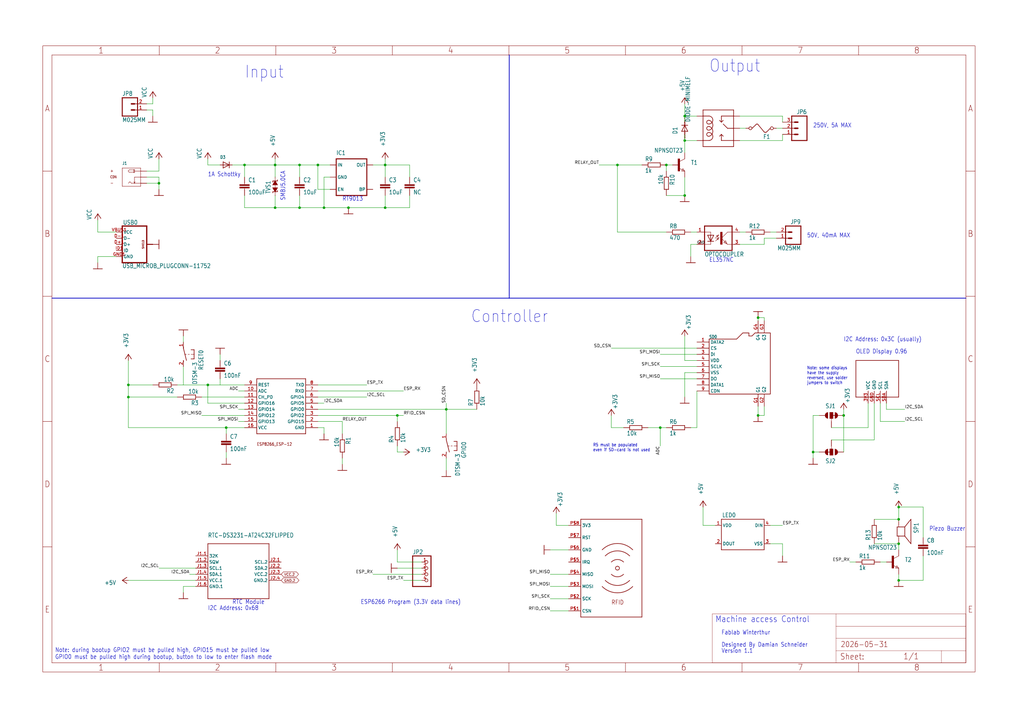
<source format=kicad_sch>
(kicad_sch (version 20231120) (generator "eeschema") (generator_version "8.0")
  (paper "User" 425.45 298.602)
  (junction (at 86.36 160.02))
  (junction (at 53.34 160.02))
  (junction (at 114.3 86.36))
  (junction (at 274.32 177.8))
  (junction (at 114.3 68.58))
  (junction (at 314.96 172.72))
  (junction (at 93.98 177.8))
  (junction (at 373.38 215.9))
  (junction (at 276.86 68.58))
  (junction (at 124.46 86.36))
  (junction (at 144.78 86.36))
  (junction (at 373.38 241.3))
  (junction (at 256.54 68.58))
  (junction (at 165.1 172.72))
  (junction (at 284.48 81.28))
  (junction (at 101.6 68.58))
  (junction (at 284.48 48.26))
  (junction (at 284.48 58.42))
  (junction (at 337.82 187.96))
  (junction (at 185.42 170.18))
  (junction (at 66.04 76.2))
  (junction (at 373.38 210.82))
  (junction (at 314.96 132.08))
  (junction (at 134.62 86.36))
  (junction (at 160.02 68.58))
  (junction (at 373.38 226.06))
  (junction (at 160.02 86.36))
  (junction (at 132.08 68.58))
  (junction (at 124.46 68.58))
  (junction (at 350.52 172.72))
  (junction (at 53.34 165.1))
  (wire (pts (xy 236.22 243.84) (xy 228.6 243.84)) (stroke (width 0.1524)))
  (wire (pts (xy 66.04 73.66) (xy 66.04 76.2)) (stroke (width 0.1524)))
  (wire (pts (xy 165.1 172.72) (xy 167.64 172.72)) (stroke (width 0.1524)))
  (wire (pts (xy 373.38 228.6) (xy 373.38 226.06)) (stroke (width 0.1524)))
  (wire (pts (xy 289.56 48.26) (xy 284.48 48.26)) (stroke (width 0.1524)))
  (wire (pts (xy 86.36 167.64) (xy 86.36 160.02)) (stroke (width 0.1524)))
  (wire (pts (xy 314.96 132.08) (xy 317.5 132.08)) (stroke (width 0.1524)))
  (wire (pts (xy 256.54 96.52) (xy 256.54 68.58)) (stroke (width 0.1524)))
  (wire (pts (xy 114.3 68.58) (xy 124.46 68.58)) (stroke (width 0.1524)))
  (wire (pts (xy 269.24 177.8) (xy 274.32 177.8)) (stroke (width 0.1524)))
  (wire (pts (xy 144.78 86.36) (xy 160.02 86.36)) (stroke (width 0.1524)))
  (wire (pts (xy 289.56 101.6) (xy 287.02 101.6)) (stroke (width 0.1524)))
  (wire (pts (xy 132.08 170.18) (xy 185.42 170.18)) (stroke (width 0.1524)))
  (wire (pts (xy 132.08 78.74) (xy 132.08 68.58)) (stroke (width 0.1524)))
  (wire (pts (xy 231.14 218.44) (xy 231.14 213.36)) (stroke (width 0.1524)))
  (wire (pts (xy 365.76 175.26) (xy 375.92 175.26)) (stroke (width 0.1524)))
  (wire (pts (xy 124.46 81.28) (xy 124.46 86.36)) (stroke (width 0.1524)))
  (wire (pts (xy 317.5 172.72) (xy 317.5 168.91)) (stroke (width 0.1524)))
  (wire (pts (xy 81.28 243.84) (xy 76.2 243.84)) (stroke (width 0.1524)))
  (wire (pts (xy 101.6 177.8) (xy 93.98 177.8)) (stroke (width 0.1524)))
  (wire (pts (xy 383.54 231.14) (xy 383.54 241.3)) (stroke (width 0.1524)))
  (wire (pts (xy 284.48 58.42) (xy 284.48 63.5)) (stroke (width 0.1524)))
  (wire (pts (xy 101.6 162.56) (xy 99.06 162.56)) (stroke (width 0.1524)))
  (wire (pts (xy 81.28 241.3) (xy 53.34 241.3)) (stroke (width 0.1524)))
  (wire (pts (xy 76.2 243.84) (xy 76.2 246.38)) (stroke (width 0.1524)))
  (wire (pts (xy 134.62 73.66) (xy 134.62 86.36)) (stroke (width 0.1524)))
  (wire (pts (xy 363.22 182.88) (xy 345.44 182.88)) (stroke (width 0.1524)))
  (wire (pts (xy 91.44 157.48) (xy 91.44 160.02)) (stroke (width 0.1524)))
  (wire (pts (xy 256.54 68.58) (xy 248.92 68.58)) (stroke (width 0.1524)))
  (wire (pts (xy 101.6 165.1) (xy 83.82 165.1)) (stroke (width 0.1524)))
  (wire (pts (xy 114.3 81.28) (xy 114.3 86.36)) (stroke (width 0.1524)))
  (wire (pts (xy 368.3 167.64) (xy 368.3 170.18)) (stroke (width 0.1524)))
  (wire (pts (xy 160.02 68.58) (xy 160.02 73.66)) (stroke (width 0.1524)))
  (wire (pts (xy 124.46 86.36) (xy 114.3 86.36)) (stroke (width 0.1524)))
  (wire (pts (xy 101.6 175.26) (xy 99.06 175.26)) (stroke (width 0.1524)))
  (wire (pts (xy 325.12 53.34) (xy 322.58 53.34)) (stroke (width 0.1524)))
  (wire (pts (xy 289.56 162.56) (xy 289.56 177.8)) (stroke (width 0.1524)))
  (wire (pts (xy 101.6 68.58) (xy 114.3 68.58)) (stroke (width 0.1524)))
  (wire (pts (xy 81.28 236.22) (xy 66.04 236.22)) (stroke (width 0.1524)))
  (wire (pts (xy 93.98 180.34) (xy 93.98 177.8)) (stroke (width 0.1524)))
  (wire (pts (xy 320.04 218.44) (xy 325.12 218.44)) (stroke (width 0.1524)))
  (wire (pts (xy 325.12 48.26) (xy 307.34 48.26)) (stroke (width 0.1524)))
  (wire (pts (xy 365.76 167.64) (xy 365.76 175.26)) (stroke (width 0.1524)))
  (wire (pts (xy 73.66 160.02) (xy 76.2 160.02)) (stroke (width 0.1524)))
  (wire (pts (xy 154.94 68.58) (xy 160.02 68.58)) (stroke (width 0.1524)))
  (wire (pts (xy 289.56 149.86) (xy 284.48 149.86)) (stroke (width 0.1524)))
  (wire (pts (xy 284.48 48.26) (xy 284.48 43.18)) (stroke (width 0.1524)))
  (wire (pts (xy 93.98 190.5) (xy 93.98 187.96)) (stroke (width 0.1524)))
  (wire (pts (xy 350.52 187.96) (xy 350.52 172.72)) (stroke (width 0.1524)))
  (wire (pts (xy 289.56 154.94) (xy 284.48 154.94)) (stroke (width 0.1524)))
  (wire (pts (xy 345.44 177.8) (xy 360.68 177.8)) (stroke (width 0.1524)))
  (wire (pts (xy 307.34 101.6) (xy 317.5 101.6)) (stroke (width 0.1524)))
  (wire (pts (xy 142.24 190.5) (xy 142.24 193.04)) (stroke (width 0.1524)))
  (wire (pts (xy 132.08 167.64) (xy 134.62 167.64)) (stroke (width 0.1524)))
  (wire (pts (xy 76.2 160.02) (xy 86.36 160.02)) (stroke (width 0.1524)))
  (wire (pts (xy 48.26 106.68) (xy 40.64 106.68)) (stroke (width 0.1524)))
  (wire (pts (xy 124.46 68.58) (xy 132.08 68.58)) (stroke (width 0.1524)))
  (wire (pts (xy 63.5 43.18) (xy 63.5 40.64)) (stroke (width 0.1524)))
  (wire (pts (xy 284.48 55.88) (xy 284.48 58.42)) (stroke (width 0.1524)))
  (wire (pts (xy 114.3 73.66) (xy 114.3 68.58)) (stroke (width 0.1524)))
  (wire (pts (xy 165.1 233.68) (xy 165.1 228.6)) (stroke (width 0.1524)))
  (wire (pts (xy 317.5 101.6) (xy 317.5 99.06)) (stroke (width 0.1524)))
  (wire (pts (xy 63.5 45.72) (xy 63.5 48.26)) (stroke (width 0.1524)))
  (wire (pts (xy 114.3 86.36) (xy 101.6 86.36)) (stroke (width 0.1524)))
  (wire (pts (xy 132.08 68.58) (xy 137.16 68.58)) (stroke (width 0.1524)))
  (wire (pts (xy 309.88 53.34) (xy 307.34 53.34)) (stroke (width 0.1524)))
  (wire (pts (xy 314.96 168.91) (xy 314.96 172.72)) (stroke (width 0.1524)))
  (wire (pts (xy 66.04 71.12) (xy 60.96 71.12)) (stroke (width 0.1524)))
  (wire (pts (xy 165.1 185.42) (xy 165.1 187.96)) (stroke (width 0.1524)))
  (wire (pts (xy 289.56 96.52) (xy 287.02 96.52)) (stroke (width 0.1524)))
  (wire (pts (xy 363.22 215.9) (xy 373.38 215.9)) (stroke (width 0.1524)))
  (wire (pts (xy 274.32 177.8) (xy 274.32 185.42)) (stroke (width 0.1524)))
  (wire (pts (xy 137.16 73.66) (xy 134.62 73.66)) (stroke (width 0.1524)))
  (wire (pts (xy 368.3 170.18) (xy 375.92 170.18)) (stroke (width 0.1524)))
  (wire (pts (xy 60.96 43.18) (xy 63.5 43.18)) (stroke (width 0.1524)))
  (wire (pts (xy 66.04 66.04) (xy 66.04 71.12)) (stroke (width 0.1524)))
  (wire (pts (xy 175.26 236.22) (xy 165.1 236.22)) (stroke (width 0.1524)))
  (wire (pts (xy 134.62 177.8) (xy 134.62 180.34)) (stroke (width 0.1524)))
  (wire (pts (xy 185.42 170.18) (xy 185.42 167.64)) (stroke (width 0.1524)))
  (wire (pts (xy 383.54 241.3) (xy 373.38 241.3)) (stroke (width 0.1524)))
  (wire (pts (xy 170.18 68.58) (xy 170.18 73.66)) (stroke (width 0.1524)))
  (wire (pts (xy 40.64 106.68) (xy 40.64 109.22)) (stroke (width 0.1524)))
  (wire (pts (xy 96.52 68.58) (xy 101.6 68.58)) (stroke (width 0.1524)))
  (wire (pts (xy 132.08 175.26) (xy 142.24 175.26)) (stroke (width 0.1524)))
  (wire (pts (xy 325.12 48.26) (xy 325.12 50.8)) (stroke (width 0.1524)))
  (wire (pts (xy 274.32 157.48) (xy 289.56 157.48)) (stroke (width 0.1524)))
  (wire (pts (xy 350.52 172.72) (xy 350.52 170.18)) (stroke (width 0.1524)))
  (polyline (pts (xy 211.582 123.952) (xy 401.32 123.952)) (stroke (width 0.3048) (type solid)))
  (wire (pts (xy 91.44 160.02) (xy 101.6 160.02)) (stroke (width 0.1524)))
  (wire (pts (xy 337.82 172.72) (xy 337.82 187.96)) (stroke (width 0.1524)))
  (wire (pts (xy 101.6 170.18) (xy 99.06 170.18)) (stroke (width 0.1524)))
  (wire (pts (xy 132.08 172.72) (xy 165.1 172.72)) (stroke (width 0.1524)))
  (wire (pts (xy 165.1 175.26) (xy 165.1 172.72)) (stroke (width 0.1524)))
  (wire (pts (xy 289.56 152.4) (xy 274.32 152.4)) (stroke (width 0.1524)))
  (wire (pts (xy 48.26 96.52) (xy 40.64 96.52)) (stroke (width 0.1524)))
  (wire (pts (xy 325.12 58.42) (xy 307.34 58.42)) (stroke (width 0.1524)))
  (wire (pts (xy 40.64 96.52) (xy 40.64 91.44)) (stroke (width 0.1524)))
  (wire (pts (xy 254 172.72) (xy 254 177.8)) (stroke (width 0.1524)))
  (wire (pts (xy 66.04 76.2) (xy 66.04 78.74)) (stroke (width 0.1524)))
  (wire (pts (xy 284.48 81.28) (xy 276.86 81.28)) (stroke (width 0.1524)))
  (wire (pts (xy 284.48 50.8) (xy 284.48 48.26)) (stroke (width 0.1524)))
  (wire (pts (xy 160.02 86.36) (xy 170.18 86.36)) (stroke (width 0.1524)))
  (wire (pts (xy 297.18 218.44) (xy 292.1 218.44)) (stroke (width 0.1524)))
  (wire (pts (xy 134.62 86.36) (xy 144.78 86.36)) (stroke (width 0.1524)))
  (wire (pts (xy 314.96 172.72) (xy 317.5 172.72)) (stroke (width 0.1524)))
  (wire (pts (xy 160.02 86.36) (xy 160.02 81.28)) (stroke (width 0.1524)))
  (wire (pts (xy 60.96 76.2) (xy 66.04 76.2)) (stroke (width 0.1524)))
  (wire (pts (xy 160.02 66.04) (xy 160.02 68.58)) (stroke (width 0.1524)))
  (wire (pts (xy 266.7 68.58) (xy 256.54 68.58)) (stroke (width 0.1524)))
  (wire (pts (xy 309.88 96.52) (xy 307.34 96.52)) (stroke (width 0.1524)))
  (wire (pts (xy 170.18 86.36) (xy 170.18 81.28)) (stroke (width 0.1524)))
  (wire (pts (xy 236.22 218.44) (xy 231.14 218.44)) (stroke (width 0.1524)))
  (wire (pts (xy 337.82 187.96) (xy 337.82 190.5)) (stroke (width 0.1524)))
  (wire (pts (xy 320.04 96.52) (xy 322.58 96.52)) (stroke (width 0.1524)))
  (wire (pts (xy 236.22 238.76) (xy 228.6 238.76)) (stroke (width 0.1524)))
  (wire (pts (xy 132.08 165.1) (xy 152.4 165.1)) (stroke (width 0.1524)))
  (wire (pts (xy 325.12 226.06) (xy 325.12 231.14)) (stroke (width 0.1524)))
  (wire (pts (xy 134.62 177.8) (xy 132.08 177.8)) (stroke (width 0.1524)))
  (wire (pts (xy 383.54 210.82) (xy 373.38 210.82)) (stroke (width 0.1524)))
  (wire (pts (xy 137.16 78.74) (xy 132.08 78.74)) (stroke (width 0.1524)))
  (wire (pts (xy 81.28 238.76) (xy 78.74 238.76)) (stroke (width 0.1524)))
  (wire (pts (xy 132.08 160.02) (xy 152.4 160.02)) (stroke (width 0.1524)))
  (wire (pts (xy 185.42 180.34) (xy 185.42 170.18)) (stroke (width 0.1524)))
  (wire (pts (xy 276.86 68.58) (xy 279.4 68.58)) (stroke (width 0.1524)))
  (wire (pts (xy 86.36 68.58) (xy 91.44 68.58)) (stroke (width 0.1524)))
  (wire (pts (xy 53.34 165.1) (xy 53.34 177.8)) (stroke (width 0.1524)))
  (wire (pts (xy 373.38 215.9) (xy 373.38 210.82)) (stroke (width 0.1524)))
  (wire (pts (xy 236.22 254) (xy 228.6 254)) (stroke (width 0.1524)))
  (wire (pts (xy 185.42 170.18) (xy 198.12 170.18)) (stroke (width 0.1524)))
  (wire (pts (xy 284.48 154.94) (xy 284.48 165.1)) (stroke (width 0.1524)))
  (wire (pts (xy 360.68 177.8) (xy 360.68 167.64)) (stroke (width 0.1524)))
  (wire (pts (xy 53.34 177.8) (xy 93.98 177.8)) (stroke (width 0.1524)))
  (wire (pts (xy 53.34 165.1) (xy 53.34 160.02)) (stroke (width 0.1524)))
  (wire (pts (xy 73.66 165.1) (xy 53.34 165.1)) (stroke (width 0.1524)))
  (wire (pts (xy 185.42 190.5) (xy 185.42 195.58)) (stroke (width 0.1524)))
  (wire (pts (xy 322.58 99.06) (xy 317.5 99.06)) (stroke (width 0.1524)))
  (wire (pts (xy 142.24 175.26) (xy 142.24 180.34)) (stroke (width 0.1524)))
  (wire (pts (xy 254 177.8) (xy 259.08 177.8)) (stroke (width 0.1524)))
  (wire (pts (xy 284.48 149.86) (xy 284.48 139.7)) (stroke (width 0.1524)))
  (wire (pts (xy 76.2 142.24) (xy 76.2 139.7)) (stroke (width 0.1524)))
  (wire (pts (xy 86.36 160.02) (xy 91.44 160.02)) (stroke (width 0.1524)))
  (wire (pts (xy 284.48 73.66) (xy 284.48 81.28)) (stroke (width 0.1524)))
  (wire (pts (xy 292.1 218.44) (xy 292.1 210.82)) (stroke (width 0.1524)))
  (wire (pts (xy 368.3 233.68) (xy 365.76 233.68)) (stroke (width 0.1524)))
  (wire (pts (xy 175.26 238.76) (xy 154.94 238.76)) (stroke (width 0.1524)))
  (wire (pts (xy 325.12 55.88) (xy 325.12 58.42)) (stroke (width 0.1524)))
  (wire (pts (xy 175.26 241.3) (xy 167.64 241.3)) (stroke (width 0.1524)))
  (wire (pts (xy 236.22 248.92) (xy 228.6 248.92)) (stroke (width 0.1524)))
  (wire (pts (xy 355.6 233.68) (xy 353.06 233.68)) (stroke (width 0.1524)))
  (wire (pts (xy 101.6 167.64) (xy 86.36 167.64)) (stroke (width 0.1524)))
  (wire (pts (xy 317.5 132.08) (xy 317.5 133.35)) (stroke (width 0.1524)))
  (wire (pts (xy 314.96 133.35) (xy 314.96 132.08)) (stroke (width 0.1524)))
  (wire (pts (xy 165.1 187.96) (xy 167.64 187.96)) (stroke (width 0.1524)))
  (wire (pts (xy 60.96 73.66) (xy 66.04 73.66)) (stroke (width 0.1524)))
  (wire (pts (xy 276.86 177.8) (xy 274.32 177.8)) (stroke (width 0.1524)))
  (wire (pts (xy 320.04 226.06) (xy 325.12 226.06)) (stroke (width 0.1524)))
  (wire (pts (xy 114.3 68.58) (xy 114.3 66.04)) (stroke (width 0.1524)))
  (wire (pts (xy 289.56 177.8) (xy 287.02 177.8)) (stroke (width 0.1524)))
  (polyline (pts (xy 211.582 123.952) (xy 211.582 22.86)) (stroke (width 0.3048) (type solid)))
  (wire (pts (xy 340.36 172.72) (xy 337.82 172.72)) (stroke (width 0.1524)))
  (wire (pts (xy 124.46 86.36) (xy 134.62 86.36)) (stroke (width 0.1524)))
  (wire (pts (xy 373.38 226.06) (xy 363.22 226.06)) (stroke (width 0.1524)))
  (wire (pts (xy 60.96 45.72) (xy 63.5 45.72)) (stroke (width 0.1524)))
  (wire (pts (xy 132.08 162.56) (xy 167.64 162.56)) (stroke (width 0.1524)))
  (wire (pts (xy 53.34 160.02) (xy 53.34 149.86)) (stroke (width 0.1524)))
  (wire (pts (xy 287.02 101.6) (xy 287.02 106.68)) (stroke (width 0.1524)))
  (wire (pts (xy 383.54 223.52) (xy 383.54 210.82)) (stroke (width 0.1524)))
  (wire (pts (xy 289.56 58.42) (xy 284.48 58.42)) (stroke (width 0.1524)))
  (wire (pts (xy 160.02 68.58) (xy 170.18 68.58)) (stroke (width 0.1524)))
  (wire (pts (xy 124.46 68.58) (xy 124.46 73.66)) (stroke (width 0.1524)))
  (wire (pts (xy 63.5 160.02) (xy 53.34 160.02)) (stroke (width 0.1524)))
  (wire (pts (xy 363.22 167.64) (xy 363.22 182.88)) (stroke (width 0.1524)))
  (wire (pts (xy 86.36 68.58) (xy 86.36 66.04)) (stroke (width 0.1524)))
  (wire (pts (xy 175.26 233.68) (xy 165.1 233.68)) (stroke (width 0.1524)))
  (wire (pts (xy 289.56 147.32) (xy 274.32 147.32)) (stroke (width 0.1524)))
  (wire (pts (xy 76.2 152.4) (xy 76.2 160.02)) (stroke (width 0.1524)))
  (polyline (pts (xy 21.59 123.952) (xy 211.582 123.952)) (stroke (width 0.3048) (type solid)))
  (wire (pts (xy 101.6 86.36) (xy 101.6 81.28)) (stroke (width 0.1524)))
  (wire (pts (xy 228.6 228.6) (xy 236.22 228.6)) (stroke (width 0.1524)))
  (wire (pts (xy 101.6 172.72) (xy 83.82 172.72)) (stroke (width 0.1524)))
  (wire (pts (xy 101.6 68.58) (xy 101.6 73.66)) (stroke (width 0.1524)))
  (wire (pts (xy 276.86 68.58) (xy 276.86 71.12)) (stroke (width 0.1524)))
  (wire (pts (xy 254 144.78) (xy 289.56 144.78)) (stroke (width 0.1524)))
  (wire (pts (xy 276.86 96.52) (xy 256.54 96.52)) (stroke (width 0.1524)))
  (wire (pts (xy 373.38 241.3) (xy 373.38 238.76)) (stroke (width 0.1524)))
  (wire (pts (xy 340.36 187.96) (xy 337.82 187.96)) (stroke (width 0.1524)))
  (wire (pts (xy 91.44 147.32) (xy 91.44 149.86)) (stroke (width 0.1524)))
  (text "250V, 5A MAX" (at 337.82 53.34 0) (effects (font (size 1.778 1.5113)) (justify left bottom)))
  (text "1A Schottky" (at 86.36 73.66 0) (effects (font (size 1.778 1.5113)) (justify left bottom)))
  (text "RT9013" (at 142.24 83.82 0) (effects (font (size 1.778 1.5113)) (justify left bottom)))
  (text "Piezo Buzzer" (at 386.08 220.98 0) (effects (font (size 1.778 1.5113)) (justify left bottom)))
  (text "Note: during bootup GPIO2 must be pulled high, GPIO15 must be pulled low\nGPIO0 must be pulled high during bootup, button to low to enter flash mode" (at 22.86 274.32 0) (effects (font (size 1.778 1.5113)) (justify left bottom)))
  (text "Machine access Control" (at 297.18 259.08 0) (effects (font (size 2.54 2.159)) (justify left bottom)))
  (text "EL357NC" (at 294.64 109.22 0) (effects (font (size 1.778 1.5113)) (justify left bottom)))
  (text "Output" (at 294.64 30.48 0) (effects (font (size 5.08 4.318)) (justify left bottom)))
  (text "Fablab Winterthur" (at 299.72 264.16 0) (effects (font (size 1.778 1.5113)) (justify left bottom)))
  (text "Input" (at 101.6 33.02 0) (effects (font (size 5.08 4.318)) (justify left bottom)))
  (text "RTC Module" (at 96.52 251.46 0) (effects (font (size 1.778 1.5113)) (justify left bottom)))
  (text "Note: some displays\nhave the supply\nreversed, use solder\njumpers to switch" (at 335.28 160.02 0) (effects (font (size 1.27 1.0795)) (justify left bottom)))
  (text "Version 1.1" (at 299.72 271.78 0) (effects (font (size 1.778 1.5113)) (justify left bottom)))
  (text "I2C Address: 0x3C (usually)" (at 350.52 142.24 0) (effects (font (size 1.778 1.5113)) (justify left bottom)))
  (text "SMBJ5.0CA" (at 118.618 83.566 90) (effects (font (size 1.778 1.5113)) (justify left bottom)))
  (text "Controller" (at 195.58 134.62 0) (effects (font (size 5.08 4.318)) (justify left bottom)))
  (text "R5 must be populated\neven if SD-card is not used" (at 246.38 187.96 0) (effects (font (size 1.27 1.0795)) (justify left bottom)))
  (text "50V, 40mA MAX" (at 335.28 99.06 0) (effects (font (size 1.778 1.5113)) (justify left bottom)))
  (text "ESP6266 Program (3.3V data lines)" (at 149.86 251.46 0) (effects (font (size 1.778 1.5113)) (justify left bottom)))
  (text "Designed By Damian Schneider" (at 299.72 269.24 0) (effects (font (size 1.778 1.5113)) (justify left bottom)))
  (text "OLED Display 0.96" (at 355.6 147.32 0) (effects (font (size 1.778 1.5113)) (justify left bottom)))
  (text "I2C Address: 0x68" (at 86.36 254 0) (effects (font (size 1.778 1.5113)) (justify left bottom)))
  (label "RFID_CSN" (at 228.6 254 180) (effects (font (size 1.2446 1.2446))))
  (label "ESP_TX" (at 167.64 241.3 180) (effects (font (size 1.2446 1.2446))))
  (label "SPI_MISO" (at 274.32 157.48 180) (effects (font (size 1.2446 1.2446))))
  (label "SPI_MOSI" (at 228.6 243.84 180) (effects (font (size 1.2446 1.2446))))
  (label "I2C_SDA" (at 375.92 170.18 0) (effects (font (size 1.2446 1.2446))))
  (label "SD_CSN" (at 185.42 167.64 90) (effects (font (size 1.2446 1.2446))))
  (label "ESP_TX" (at 152.4 160.02 0) (effects (font (size 1.2446 1.2446))))
  (label "ADC" (at 274.32 185.42 270) (effects (font (size 1.2446 1.2446))))
  (label "SD_CSN" (at 254 144.78 180) (effects (font (size 1.2446 1.2446))))
  (label "I2C_SCL" (at 375.92 175.26 0) (effects (font (size 1.2446 1.2446))))
  (label "SPI_SCK" (at 99.06 170.18 180) (effects (font (size 1.2446 1.2446))))
  (label "SPI_SCK" (at 228.6 248.92 180) (effects (font (size 1.2446 1.2446))))
  (label "RELAY_OUT" (at 142.24 175.26 0) (effects (font (size 1.2446 1.2446))))
  (label "SPI_MOSI" (at 99.06 175.26 180) (effects (font (size 1.2446 1.2446))))
  (label "I2C_SDA" (at 134.62 167.64 0) (effects (font (size 1.2446 1.2446))))
  (label "ESP_RX" (at 353.06 233.68 180) (effects (font (size 1.2446 1.2446))))
  (label "I2C_SDA" (at 78.74 238.76 180) (effects (font (size 1.2446 1.2446))))
  (label "RFID_CSN" (at 167.64 172.72 0) (effects (font (size 1.2446 1.2446))))
  (label "SPI_SCK" (at 274.32 152.4 180) (effects (font (size 1.2446 1.2446))))
  (label "SPI_MOSI" (at 274.32 147.32 180) (effects (font (size 1.2446 1.2446))))
  (label "GND" (at 289.56 101.6 0) (effects (font (size 1.016 1.016))))
  (label "ESP_RX" (at 167.64 162.56 0) (effects (font (size 1.2446 1.2446))))
  (label "ESP_TX" (at 325.12 218.44 0) (effects (font (size 1.2446 1.2446))))
  (label "SPI_MISO" (at 83.82 172.72 180) (effects (font (size 1.2446 1.2446))))
  (label "ESP_RX" (at 154.94 238.76 180) (effects (font (size 1.2446 1.2446))))
  (label "RELAY_OUT" (at 248.92 68.58 180) (effects (font (size 1.2446 1.2446))))
  (label "I2C_SCL" (at 152.4 165.1 0) (effects (font (size 1.2446 1.2446))))
  (label "SPI_MISO" (at 228.6 238.76 180) (effects (font (size 1.2446 1.2446))))
  (label "I2C_SCL" (at 66.04 236.22 180) (effects (font (size 1.2446 1.2446))))
  (label "ADC" (at 99.06 162.56 180) (effects (font (size 1.2446 1.2446))))
  (global_label "GND.2" (shape bidirectional) (at 116.84 241.3 0) (effects (font (size 1.016 1.016))) (property "Intersheetrefs" "${INTERSHEET_REFS}" (effects (hide yes))))
  (global_label "VCC.2" (shape bidirectional) (at 116.84 238.76 0) (effects (font (size 1.016 1.016))) (property "Intersheetrefs" "${INTERSHEET_REFS}" (effects (hide yes))))
  (symbol (lib_id "Fablab_RFID_conroller_V1-eagle-import:JACK-DC-3P-3410020P1") (at 54.61 73.66 0) (unit 1)
    (property "Reference" "J1" (at 50.8 68.58 0) (effects (font (size 1.27 1.0795)) (justify left bottom)))
    (property "Value" "JACK-DC-3P-3410020P1" (effects (hide yes)))
    (property "Footprint" "Fablab_RFID_conroller_V1:PW-3P-2.1" (effects (hide yes)))
  )
  (symbol (lib_id "Fablab_RFID_conroller_V1-eagle-import:GND") (at 284.48 83.82 0) (unit 1)
    (property "Reference" "#GND16" (effects (hide yes)))
    (property "Value" "GND" (effects (hide yes)))
  )
  (symbol (lib_id "Fablab_RFID_conroller_V1-eagle-import:M025MM") (at 53.34 45.72 0) (unit 1)
    (property "Reference" "JP8" (at 50.8 39.878 0) (effects (font (size 1.778 1.5113)) (justify left bottom)))
    (property "Value" "M025MM" (at 50.8 50.8 0) (effects (font (size 1.778 1.5113)) (justify left bottom)))
    (property "Footprint" "Fablab_RFID_conroller_V1:SCREWTERMINAL-5MM-2" (effects (hide yes)))
  )
  (symbol (lib_id "Fablab_RFID_conroller_V1-eagle-import:R-EU_R0603") (at 78.74 165.1 180) (unit 1)
    (property "Reference" "R3" (at 82.55 166.5986 0) (effects (font (size 1.778 1.5113)) (justify left bottom)))
    (property "Value" "10k" (at 82.55 161.798 0) (effects (font (size 1.778 1.5113)) (justify left bottom)))
    (property "Footprint" "Fablab_RFID_conroller_V1:R0603" (effects (hide yes)))
  )
  (symbol (lib_id "Fablab_RFID_conroller_V1-eagle-import:GND") (at 66.04 101.6 90) (unit 1)
    (property "Reference" "#GND14" (effects (hide yes)))
    (property "Value" "GND" (effects (hide yes)))
  )
  (symbol (lib_id "Fablab_RFID_conroller_V1-eagle-import:OLED_0.96_I2CNOHOLES") (at 365.76 157.48 0) (unit 1)
    (property "Reference" "OLED0" (effects (hide yes)))
    (property "Value" "OLED_0.96_I2CNOHOLES" (effects (hide yes)))
    (property "Footprint" "Fablab_RFID_conroller_V1:OLED_0.96_I2C_NOHOLES" (effects (hide yes)))
  )
  (symbol (lib_id "Fablab_RFID_conroller_V1-eagle-import:GND") (at 76.2 137.16 180) (unit 1)
    (property "Reference" "#GND8" (effects (hide yes)))
    (property "Value" "GND" (effects (hide yes)))
  )
  (symbol (lib_id "Fablab_RFID_conroller_V1-eagle-import:GND") (at 76.2 248.92 0) (unit 1)
    (property "Reference" "#GND5" (effects (hide yes)))
    (property "Value" "GND" (effects (hide yes)))
  )
  (symbol (lib_id "Fablab_RFID_conroller_V1-eagle-import:+3V3") (at 160.02 63.5 0) (unit 1)
    (property "Reference" "#+3V3" (effects (hide yes)))
    (property "Value" "+3V3" (at 160.02 60.96 90) (effects (font (size 1.778 1.5113)) (justify left bottom)))
  )
  (symbol (lib_id "Fablab_RFID_conroller_V1-eagle-import:R-EU_R0603") (at 276.86 76.2 270) (unit 1)
    (property "Reference" "R10" (at 278.3586 72.39 0) (effects (font (size 1.778 1.5113)) (justify left bottom)))
    (property "Value" "10k" (at 273.558 72.39 0) (effects (font (size 1.778 1.5113)) (justify left bottom)))
    (property "Footprint" "Fablab_RFID_conroller_V1:R0603" (effects (hide yes)))
  )
  (symbol (lib_id "Fablab_RFID_conroller_V1-eagle-import:C-EUC1206") (at 101.6 76.2 0) (unit 1)
    (property "Reference" "C1" (at 103.124 75.819 0) (effects (font (size 1.778 1.5113)) (justify left bottom)))
    (property "Value" "100uF" (at 103.124 80.899 0) (effects (font (size 1.778 1.5113)) (justify left bottom)))
    (property "Footprint" "Fablab_RFID_conroller_V1:C1206" (effects (hide yes)))
  )
  (symbol (lib_id "Fablab_RFID_conroller_V1-eagle-import:GND") (at 314.96 129.54 180) (unit 1)
    (property "Reference" "#GND18" (effects (hide yes)))
    (property "Value" "GND" (effects (hide yes)))
  )
  (symbol (lib_id "Fablab_RFID_conroller_V1-eagle-import:MICRO-SDCARD-CONNECTOR-3300060P1") (at 307.34 152.4 0) (unit 1)
    (property "Reference" "SD0" (at 294.64 140.716 0) (effects (font (size 1.27 1.0795)) (justify left bottom)))
    (property "Value" "MICRO-SDCARD-CONNECTOR-3300060P1" (effects (hide yes)))
    (property "Footprint" "Fablab_RFID_conroller_V1:9P-SMD-W-RING" (effects (hide yes)))
  )
  (symbol (lib_id "Fablab_RFID_conroller_V1-eagle-import:GND") (at 287.02 109.22 0) (unit 1)
    (property "Reference" "#GND0" (effects (hide yes)))
    (property "Value" "GND" (effects (hide yes)))
  )
  (symbol (lib_id "Fablab_RFID_conroller_V1-eagle-import:HEADER-1X476MIL") (at 177.8 238.76 0) (unit 1)
    (property "Reference" "JP2" (at 171.45 230.505 0) (effects (font (size 1.778 1.5113)) (justify left bottom)))
    (property "Value" "HEADER-1X476MIL" (effects (hide yes)))
    (property "Footprint" "Fablab_RFID_conroller_V1:1X04_ROUND_76" (effects (hide yes)))
  )
  (symbol (lib_id "Fablab_RFID_conroller_V1-eagle-import:VCC") (at 63.5 38.1 0) (unit 1)
    (property "Reference" "#P+9" (effects (hide yes)))
    (property "Value" "VCC" (at 60.96 40.64 90) (effects (font (size 1.778 1.5113)) (justify left bottom)))
  )
  (symbol (lib_id "Fablab_RFID_conroller_V1-eagle-import:GND") (at 325.12 233.68 0) (unit 1)
    (property "Reference" "#GND3" (effects (hide yes)))
    (property "Value" "GND" (effects (hide yes)))
  )
  (symbol (lib_id "Fablab_RFID_conroller_V1-eagle-import:GND") (at 284.48 167.64 0) (unit 1)
    (property "Reference" "#GND12" (effects (hide yes)))
    (property "Value" "GND" (effects (hide yes)))
  )
  (symbol (lib_id "Fablab_RFID_conroller_V1-eagle-import:+3V3") (at 284.48 137.16 0) (unit 1)
    (property "Reference" "#+3V10" (effects (hide yes)))
    (property "Value" "+3V3" (at 287.02 137.16 90) (effects (font (size 1.778 1.5113)) (justify left bottom)))
  )
  (symbol (lib_id "Fablab_RFID_conroller_V1-eagle-import:GND") (at 63.5 50.8 0) (unit 1)
    (property "Reference" "#GND23" (effects (hide yes)))
    (property "Value" "GND" (effects (hide yes)))
  )
  (symbol (lib_id "Fablab_RFID_conroller_V1-eagle-import:WS2812B") (at 302.26 223.52 0) (unit 1)
    (property "Reference" "LED0" (at 299.974 215.138 0) (effects (font (size 1.778 1.5113)) (justify left bottom)))
    (property "Value" "WS2812B" (effects (hide yes)))
    (property "Footprint" "Fablab_RFID_conroller_V1:WS2812B" (effects (hide yes)))
  )
  (symbol (lib_id "Fablab_RFID_conroller_V1-eagle-import:M03-SCREW-5MM") (at 332.74 53.34 0) (mirror y) (unit 1)
    (property "Reference" "JP6" (at 335.28 47.498 0) (effects (font (size 1.778 1.5113)) (justify left bottom)))
    (property "Value" "M03-SCREW-5MM" (effects (hide yes)))
    (property "Footprint" "Fablab_RFID_conroller_V1:SCREWTERMINAL-5MM-3" (effects (hide yes)))
  )
  (symbol (lib_id "Fablab_RFID_conroller_V1-eagle-import:+3V3") (at 231.14 210.82 0) (unit 1)
    (property "Reference" "#+3V8" (effects (hide yes)))
    (property "Value" "+3V3" (at 233.68 210.82 90) (effects (font (size 1.778 1.5113)) (justify left bottom)))
  )
  (symbol (lib_id "Fablab_RFID_conroller_V1-eagle-import:RTC-DS3231-AT24C32FLIPPED") (at 99.06 236.22 0) (unit 1)
    (property "Reference" "U$2" (effects (hide yes)))
    (property "Value" "RTC-DS3231-AT24C32FLIPPED" (at 86.36 223.52 0) (effects (font (size 1.778 1.5113)) (justify left bottom)))
    (property "Footprint" "Fablab_RFID_conroller_V1:RTC-DS3231_FLIPPED" (effects (hide yes)))
  )
  (symbol (lib_id "Fablab_RFID_conroller_V1-eagle-import:JUMPER-PAD-3-2OF3_NC_BY_TRACE_LARGE") (at 345.44 187.96 270) (unit 1)
    (property "Reference" "SJ2" (at 342.9 192.659 90) (effects (font (size 1.778 1.5113)) (justify left bottom)))
    (property "Value" "JUMPER-PAD-3-2OF3_NC_BY_TRACE_LARGE" (effects (hide yes)))
    (property "Footprint" "Fablab_RFID_conroller_V1:PAD-JUMPER-3-2OF3_NC_BY_TRACE_YES_SILK_LARGE" (effects (hide yes)))
  )
  (symbol (lib_id "Fablab_RFID_conroller_V1-eagle-import:+3V3") (at 350.52 167.64 0) (unit 1)
    (property "Reference" "#+3V6" (effects (hide yes)))
    (property "Value" "+3V3" (at 353.06 167.64 90) (effects (font (size 1.778 1.5113)) (justify left bottom)))
  )
  (symbol (lib_id "Fablab_RFID_conroller_V1-eagle-import:GND") (at 142.24 195.58 0) (unit 1)
    (property "Reference" "#GND2" (effects (hide yes)))
    (property "Value" "GND" (effects (hide yes)))
  )
  (symbol (lib_id "Fablab_RFID_conroller_V1-eagle-import:VCC") (at 86.36 63.5 0) (unit 1)
    (property "Reference" "#P+10" (effects (hide yes)))
    (property "Value" "VCC" (at 83.82 66.04 90) (effects (font (size 1.778 1.5113)) (justify left bottom)))
  )
  (symbol (lib_id "Fablab_RFID_conroller_V1-eagle-import:+3V3") (at 198.12 157.48 0) (unit 1)
    (property "Reference" "#+3V4" (effects (hide yes)))
    (property "Value" "+3V3" (at 198.12 154.94 90) (effects (font (size 1.778 1.5113)) (justify left bottom)))
  )
  (symbol (lib_id "Fablab_RFID_conroller_V1-eagle-import:GND") (at 373.38 243.84 0) (unit 1)
    (property "Reference" "#GND19" (effects (hide yes)))
    (property "Value" "GND" (effects (hide yes)))
  )
  (symbol (lib_id "Fablab_RFID_conroller_V1-eagle-import:+5V") (at 284.48 40.64 0) (unit 1)
    (property "Reference" "#P+6" (effects (hide yes)))
    (property "Value" "+5V" (at 284.48 38.1 90) (effects (font (size 1.778 1.5113)) (justify left bottom)))
  )
  (symbol (lib_id "Fablab_RFID_conroller_V1-eagle-import:RFID_MODULE_RC522") (at 243.84 236.22 0) (unit 1)
    (property "Reference" "RFID0" (effects (hide yes)))
    (property "Value" "RFID_MODULE_RC522" (effects (hide yes)))
    (property "Footprint" "Fablab_RFID_conroller_V1:RFID-RC522-MODULE" (effects (hide yes)))
  )
  (symbol (lib_id "Fablab_RFID_conroller_V1-eagle-import:GND") (at 144.78 88.9 0) (unit 1)
    (property "Reference" "#GND6" (effects (hide yes)))
    (property "Value" "GND" (effects (hide yes)))
  )
  (symbol (lib_id "Fablab_RFID_conroller_V1-eagle-import:+5V") (at 165.1 226.06 0) (unit 1)
    (property "Reference" "#P+3" (effects (hide yes)))
    (property "Value" "+5V" (at 165.1 223.52 90) (effects (font (size 1.778 1.5113)) (justify left bottom)))
  )
  (symbol (lib_id "Fablab_RFID_conroller_V1-eagle-import:GND") (at 162.56 236.22 270) (unit 1)
    (property "Reference" "#GND10" (effects (hide yes)))
    (property "Value" "GND" (effects (hide yes)))
  )
  (symbol (lib_id "Fablab_RFID_conroller_V1-eagle-import:A3L-LOC") (at 17.78 279.4 0) (unit 1)
    (property "Reference" "#FRAME2" (effects (hide yes)))
    (property "Value" "A3L-LOC" (effects (hide yes)))
  )
  (symbol (lib_id "Fablab_RFID_conroller_V1-eagle-import:M025MM") (at 330.2 99.06 0) (mirror y) (unit 1)
    (property "Reference" "JP9" (at 332.74 93.218 0) (effects (font (size 1.778 1.5113)) (justify left bottom)))
    (property "Value" "M025MM" (at 332.74 104.14 0) (effects (font (size 1.778 1.5113)) (justify left bottom)))
    (property "Footprint" "Fablab_RFID_conroller_V1:SCREWTERMINAL-5MM-2" (effects (hide yes)))
  )
  (symbol (lib_id "Fablab_RFID_conroller_V1-eagle-import:RELAYPTH") (at 299.72 53.34 0) (unit 1)
    (property "Reference" "REL1" (effects (hide yes)))
    (property "Value" "RELAYPTH" (effects (hide yes)))
    (property "Footprint" "Fablab_RFID_conroller_V1:SRD-05VDC-SL-C" (effects (hide yes)))
  )
  (symbol (lib_id "Fablab_RFID_conroller_V1-eagle-import:+5V") (at 373.38 208.28 0) (unit 1)
    (property "Reference" "#P+7" (effects (hide yes)))
    (property "Value" "+5V" (at 373.38 205.74 90) (effects (font (size 1.778 1.5113)) (justify left bottom)))
  )
  (symbol (lib_id "Fablab_RFID_conroller_V1-eagle-import:V_REG_LDOSMD") (at 147.32 73.66 0) (unit 1)
    (property "Reference" "IC1" (at 139.7 64.516 0) (effects (font (size 1.778 1.5113)) (justify left bottom)))
    (property "Value" "V_REG_LDOSMD" (effects (hide yes)))
    (property "Footprint" "Fablab_RFID_conroller_V1:SOT23-5" (effects (hide yes)))
  )
  (symbol (lib_id "Fablab_RFID_conroller_V1-eagle-import:C-EUC0603") (at 93.98 182.88 0) (unit 1)
    (property "Reference" "C7" (at 95.504 182.499 0) (effects (font (size 1.778 1.5113)) (justify left bottom)))
    (property "Value" "100nF" (at 95.504 187.579 0) (effects (font (size 1.778 1.5113)) (justify left bottom)))
    (property "Footprint" "Fablab_RFID_conroller_V1:C0603" (effects (hide yes)))
  )
  (symbol (lib_id "Fablab_RFID_conroller_V1-eagle-import:GND") (at 66.04 81.28 0) (unit 1)
    (property "Reference" "#GND21" (effects (hide yes)))
    (property "Value" "GND" (effects (hide yes)))
  )
  (symbol (lib_id "Fablab_RFID_conroller_V1-eagle-import:TVS-SMBJ") (at 114.3 76.2 90) (unit 1)
    (property "Reference" "TVS1" (at 112.395 80.645 0) (effects (font (size 1.778 1.5113)) (justify left bottom)))
    (property "Value" "TVS-SMBJ" (effects (hide yes)))
    (property "Footprint" "Fablab_RFID_conroller_V1:SMBJ" (effects (hide yes)))
  )
  (symbol (lib_id "Fablab_RFID_conroller_V1-eagle-import:GND") (at 134.62 182.88 0) (unit 1)
    (property "Reference" "#GND1" (effects (hide yes)))
    (property "Value" "GND" (effects (hide yes)))
  )
  (symbol (lib_id "Fablab_RFID_conroller_V1-eagle-import:NPNSOT23") (at 370.84 233.68 0) (unit 1)
    (property "Reference" "T2" (at 375.92 233.68 0) (effects (font (size 1.778 1.5113)) (justify left bottom)))
    (property "Value" "NPNSOT23" (at 360.68 228.6 0) (effects (font (size 1.778 1.5113)) (justify left bottom)))
    (property "Footprint" "Fablab_RFID_conroller_V1:SOT-23" (effects (hide yes)))
  )
  (symbol (lib_id "Fablab_RFID_conroller_V1-eagle-import:R-EU_R0805") (at 314.96 96.52 0) (unit 1)
    (property "Reference" "R12" (at 311.15 95.0214 0) (effects (font (size 1.778 1.5113)) (justify left bottom)))
    (property "Value" "1k" (at 311.15 99.822 0) (effects (font (size 1.778 1.5113)) (justify left bottom)))
    (property "Footprint" "Fablab_RFID_conroller_V1:R0805" (effects (hide yes)))
  )
  (symbol (lib_id "Fablab_RFID_conroller_V1-eagle-import:R-EU_R0603") (at 198.12 165.1 90) (unit 1)
    (property "Reference" "R7" (at 196.6214 168.91 0) (effects (font (size 1.778 1.5113)) (justify left bottom)))
    (property "Value" "10k" (at 201.422 168.91 0) (effects (font (size 1.778 1.5113)) (justify left bottom)))
    (property "Footprint" "Fablab_RFID_conroller_V1:R0603" (effects (hide yes)))
  )
  (symbol (lib_id "Fablab_RFID_conroller_V1-eagle-import:DTSM-3") (at 185.42 185.42 180) (unit 1)
    (property "Reference" "GPIO0" (at 191.77 183.515 90) (effects (font (size 1.778 1.5113)) (justify left bottom)))
    (property "Value" "DTSM-3" (at 189.23 188.595 90) (effects (font (size 1.778 1.5113)) (justify left bottom)))
    (property "Footprint" "Fablab_RFID_conroller_V1:DTSM-3" (effects (hide yes)))
  )
  (symbol (lib_id "Fablab_RFID_conroller_V1-eagle-import:GND") (at 185.42 198.12 0) (unit 1)
    (property "Reference" "#GND4" (effects (hide yes)))
    (property "Value" "GND" (effects (hide yes)))
  )
  (symbol (lib_id "Fablab_RFID_conroller_V1-eagle-import:DIODE-MINIMELF") (at 284.48 53.34 90) (unit 1)
    (property "Reference" "D1" (at 281.4574 55.88 0) (effects (font (size 1.778 1.5113)) (justify left bottom)))
    (property "Value" "DIODE-MINIMELF" (at 286.7914 50.8 0) (effects (font (size 1.778 1.5113)) (justify left bottom)))
    (property "Footprint" "Fablab_RFID_conroller_V1:MINIMELF" (effects (hide yes)))
  )
  (symbol (lib_id "Fablab_RFID_conroller_V1-eagle-import:ESP8266_ESP-12") (at 124.46 167.64 0) (unit 1)
    (property "Reference" "ESP0" (effects (hide yes)))
    (property "Value" "ESP8266_ESP-12" (effects (hide yes)))
    (property "Footprint" "Fablab_RFID_conroller_V1:ESP8266-ESP12" (effects (hide yes)))
  )
  (symbol (lib_id "Fablab_RFID_conroller_V1-eagle-import:R-EU_R0603") (at 281.94 96.52 0) (unit 1)
    (property "Reference" "R8" (at 278.13 95.0214 0) (effects (font (size 1.778 1.5113)) (justify left bottom)))
    (property "Value" "470" (at 278.13 99.822 0) (effects (font (size 1.778 1.5113)) (justify left bottom)))
    (property "Footprint" "Fablab_RFID_conroller_V1:R0603" (effects (hide yes)))
  )
  (symbol (lib_id "Fablab_RFID_conroller_V1-eagle-import:VCC") (at 40.64 88.9 0) (unit 1)
    (property "Reference" "#P+8" (effects (hide yes)))
    (property "Value" "VCC" (at 38.1 91.44 90) (effects (font (size 1.778 1.5113)) (justify left bottom)))
  )
  (symbol (lib_id "Fablab_RFID_conroller_V1-eagle-import:R-EU_R0603") (at 264.16 177.8 0) (unit 1)
    (property "Reference" "R5" (at 260.35 176.3014 0) (effects (font (size 1.778 1.5113)) (justify left bottom)))
    (property "Value" "10k" (at 260.35 181.102 0) (effects (font (size 1.778 1.5113)) (justify left bottom)))
    (property "Footprint" "Fablab_RFID_conroller_V1:R0603" (effects (hide yes)))
  )
  (symbol (lib_id "Fablab_RFID_conroller_V1-eagle-import:R-EU_R0603") (at 142.24 185.42 270) (unit 1)
    (property "Reference" "R1" (at 143.7386 181.61 0) (effects (font (size 1.778 1.5113)) (justify left bottom)))
    (property "Value" "10k" (at 138.938 181.61 0) (effects (font (size 1.778 1.5113)) (justify left bottom)))
    (property "Footprint" "Fablab_RFID_conroller_V1:R0603" (effects (hide yes)))
  )
  (symbol (lib_id "Fablab_RFID_conroller_V1-eagle-import:JUMPER-PAD-3-2OF3_NC_BY_TRACE_LARGE") (at 345.44 172.72 90) (unit 1)
    (property "Reference" "SJ1" (at 342.9 169.799 90) (effects (font (size 1.778 1.5113)) (justify right top)))
    (property "Value" "JUMPER-PAD-3-2OF3_NC_BY_TRACE_LARGE" (effects (hide yes)))
    (property "Footprint" "Fablab_RFID_conroller_V1:PAD-JUMPER-3-2OF3_NC_BY_TRACE_YES_SILK_LARGE" (effects (hide yes)))
  )
  (symbol (lib_id "Fablab_RFID_conroller_V1-eagle-import:FUSE") (at 314.96 53.34 180) (unit 1)
    (property "Reference" "F1" (at 320.04 55.88 0) (effects (font (size 1.778 1.5113)) (justify left bottom)))
    (property "Value" "FUSE" (effects (hide yes)))
    (property "Footprint" "Fablab_RFID_conroller_V1:FUSE" (effects (hide yes)))
  )
  (symbol (lib_id "Fablab_RFID_conroller_V1-eagle-import:R-EU_R0603") (at 281.94 177.8 0) (unit 1)
    (property "Reference" "R6" (at 278.13 176.3014 0) (effects (font (size 1.778 1.5113)) (justify left bottom)))
    (property "Value" "1k" (at 278.13 181.102 0) (effects (font (size 1.778 1.5113)) (justify left bottom)))
    (property "Footprint" "Fablab_RFID_conroller_V1:R0603" (effects (hide yes)))
  )
  (symbol (lib_id "Fablab_RFID_conroller_V1-eagle-import:+5V") (at 50.8 241.3 90) (unit 1)
    (property "Reference" "#P+4" (effects (hide yes)))
    (property "Value" "+5V" (at 48.26 241.3 90) (effects (font (size 1.778 1.5113)) (justify left bottom)))
  )
  (symbol (lib_id "Fablab_RFID_conroller_V1-eagle-import:R-EU_R0603") (at 271.78 68.58 0) (unit 1)
    (property "Reference" "R9" (at 267.97 67.0814 0) (effects (font (size 1.778 1.5113)) (justify left bottom)))
    (property "Value" "1k" (at 267.97 71.882 0) (effects (font (size 1.778 1.5113)) (justify left bottom)))
    (property "Footprint" "Fablab_RFID_conroller_V1:R0603" (effects (hide yes)))
  )
  (symbol (lib_id "Fablab_RFID_conroller_V1-eagle-import:GND") (at 314.96 175.26 0) (unit 1)
    (property "Reference" "#GND13" (effects (hide yes)))
    (property "Value" "GND" (effects (hide yes)))
  )
  (symbol (lib_id "Fablab_RFID_conroller_V1-eagle-import:OPTOCOUPLER") (at 297.18 99.06 0) (unit 1)
    (property "Reference" "OC1" (effects (hide yes)))
    (property "Value" "OPTOCOUPLER" (at 292.735 106.68 0) (effects (font (size 1.778 1.5113)) (justify left bottom)))
    (property "Footprint" "Fablab_RFID_conroller_V1:SOP04" (effects (hide yes)))
  )
  (symbol (lib_id "Fablab_RFID_conroller_V1-eagle-import:GND") (at 337.82 193.04 0) (unit 1)
    (property "Reference" "#GND15" (effects (hide yes)))
    (property "Value" "GND" (effects (hide yes)))
  )
  (symbol (lib_id "Fablab_RFID_conroller_V1-eagle-import:R-EU_R0603") (at 360.68 233.68 0) (unit 1)
    (property "Reference" "R11" (at 356.87 232.1814 0) (effects (font (size 1.778 1.5113)) (justify left bottom)))
    (property "Value" "1k" (at 356.87 236.982 0) (effects (font (size 1.778 1.5113)) (justify left bottom)))
    (property "Footprint" "Fablab_RFID_conroller_V1:R0603" (effects (hide yes)))
  )
  (symbol (lib_id "Fablab_RFID_conroller_V1-eagle-import:C-EUC0805") (at 160.02 76.2 0) (unit 1)
    (property "Reference" "C3" (at 161.544 75.819 0) (effects (font (size 1.778 1.5113)) (justify left bottom)))
    (property "Value" "10uF" (at 161.544 80.899 0) (effects (font (size 1.778 1.5113)) (justify left bottom)))
    (property "Footprint" "Fablab_RFID_conroller_V1:C0805" (effects (hide yes)))
  )
  (symbol (lib_id "Fablab_RFID_conroller_V1-eagle-import:C-EUC0603") (at 91.44 152.4 0) (unit 1)
    (property "Reference" "C6" (at 92.964 152.019 0) (effects (font (size 1.778 1.5113)) (justify left bottom)))
    (property "Value" "100nF" (at 92.964 157.099 0) (effects (font (size 1.778 1.5113)) (justify left bottom)))
    (property "Footprint" "Fablab_RFID_conroller_V1:C0603" (effects (hide yes)))
  )
  (symbol (lib_id "Fablab_RFID_conroller_V1-eagle-import:R-EU_R0603") (at 68.58 160.02 180) (unit 1)
    (property "Reference" "R2" (at 72.39 161.5186 0) (effects (font (size 1.778 1.5113)) (justify left bottom)))
    (property "Value" "10k" (at 72.39 156.718 0) (effects (font (size 1.778 1.5113)) (justify left bottom)))
    (property "Footprint" "Fablab_RFID_conroller_V1:R0603" (effects (hide yes)))
  )
  (symbol (lib_id "Fablab_RFID_conroller_V1-eagle-import:+5V") (at 114.3 63.5 0) (unit 1)
    (property "Reference" "#P+2" (effects (hide yes)))
    (property "Value" "+5V" (at 114.3 60.96 90) (effects (font (size 1.778 1.5113)) (justify left bottom)))
  )
  (symbol (lib_id "Fablab_RFID_conroller_V1-eagle-import:GND") (at 93.98 193.04 0) (unit 1)
    (property "Reference" "#GND11" (effects (hide yes)))
    (property "Value" "GND" (effects (hide yes)))
  )
  (symbol (lib_id "Fablab_RFID_conroller_V1-eagle-import:C-EUC1206") (at 170.18 76.2 0) (unit 1)
    (property "Reference" "C4" (at 171.704 75.819 0) (effects (font (size 1.778 1.5113)) (justify left bottom)))
    (property "Value" "NC" (at 171.704 80.899 0) (effects (font (size 1.778 1.5113)) (justify left bottom)))
    (property "Footprint" "Fablab_RFID_conroller_V1:C1206" (effects (hide yes)))
  )
  (symbol (lib_id "Fablab_RFID_conroller_V1-eagle-import:C-EUC0603") (at 383.54 226.06 0) (unit 1)
    (property "Reference" "C8" (at 385.064 225.679 0) (effects (font (size 1.778 1.5113)) (justify left bottom)))
    (property "Value" "100nF" (at 385.064 230.759 0) (effects (font (size 1.778 1.5113)) (justify left bottom)))
    (property "Footprint" "Fablab_RFID_conroller_V1:C0603" (effects (hide yes)))
  )
  (symbol (lib_id "Fablab_RFID_conroller_V1-eagle-import:+3V3") (at 53.34 147.32 0) (unit 1)
    (property "Reference" "#+3V1" (effects (hide yes)))
    (property "Value" "+3V3" (at 53.34 144.78 90) (effects (font (size 1.778 1.5113)) (justify left bottom)))
  )
  (symbol (lib_id "Fablab_RFID_conroller_V1-eagle-import:VCC") (at 66.04 63.5 0) (unit 1)
    (property "Reference" "#P+5" (effects (hide yes)))
    (property "Value" "VCC" (at 63.5 66.04 90) (effects (font (size 1.778 1.5113)) (justify left bottom)))
  )
  (symbol (lib_id "Fablab_RFID_conroller_V1-eagle-import:+5V") (at 292.1 208.28 0) (unit 1)
    (property "Reference" "#P+1" (effects (hide yes)))
    (property "Value" "+5V" (at 292.1 205.74 90) (effects (font (size 1.778 1.5113)) (justify left bottom)))
  )
  (symbol (lib_id "Fablab_RFID_conroller_V1-eagle-import:R-EU_R0603") (at 363.22 220.98 90) (unit 1)
    (property "Reference" "R13" (at 361.7214 224.79 0) (effects (font (size 1.778 1.5113)) (justify left bottom)))
    (property "Value" "10k" (at 366.522 224.79 0) (effects (font (size 1.778 1.5113)) (justify left bottom)))
    (property "Footprint" "Fablab_RFID_conroller_V1:R0603" (effects (hide yes)))
  )
  (symbol (lib_id "Fablab_RFID_conroller_V1-eagle-import:DIODESMA") (at 93.98 68.58 0) (unit 1)
    (property "Reference" "D3" (at 91.44 66.04 0) (effects (font (size 1.27 1.0795)) (justify left bottom)))
    (property "Value" "DIODESMA" (effects (hide yes)))
    (property "Footprint" "Fablab_RFID_conroller_V1:SMADIODE" (effects (hide yes)))
  )
  (symbol (lib_id "Fablab_RFID_conroller_V1-eagle-import:GND") (at 226.06 228.6 270) (unit 1)
    (property "Reference" "#GND22" (effects (hide yes)))
    (property "Value" "GND" (effects (hide yes)))
  )
  (symbol (lib_id "Fablab_RFID_conroller_V1-eagle-import:+3V3") (at 254 170.18 0) (unit 1)
    (property "Reference" "#+3V2" (effects (hide yes)))
    (property "Value" "+3V3" (at 256.54 170.18 90) (effects (font (size 1.778 1.5113)) (justify left bottom)))
  )
  (symbol (lib_id "Fablab_RFID_conroller_V1-eagle-import:GND") (at 40.64 111.76 0) (unit 1)
    (property "Reference" "#GND7" (effects (hide yes)))
    (property "Value" "GND" (effects (hide yes)))
  )
  (symbol (lib_id "Fablab_RFID_conroller_V1-eagle-import:+3V3") (at 170.18 187.96 270) (unit 1)
    (property "Reference" "#+3V7" (effects (hide yes)))
    (property "Value" "+3V3" (at 172.72 187.96 90) (effects (font (size 1.778 1.5113)) (justify left bottom)))
  )
  (symbol (lib_id "Fablab_RFID_conroller_V1-eagle-import:SPEAKER/AL60P") (at 373.38 220.98 270) (unit 1)
    (property "Reference" "SP1" (at 379.73 217.17 0) (effects (font (size 1.778 1.5113)) (justify left bottom)))
    (property "Value" "SPEAKER/AL60P" (effects (hide yes)))
    (property "Footprint" "Fablab_RFID_conroller_V1:AL60P" (effects (hide yes)))
  )
  (symbol (lib_id "Fablab_RFID_conroller_V1-eagle-import:GND") (at 91.44 144.78 180) (unit 1)
    (property "Reference" "#GND9" (effects (hide yes)))
    (property "Value" "GND" (effects (hide yes)))
  )
  (symbol (lib_id "Fablab_RFID_conroller_V1-eagle-import:NPNSOT23") (at 281.94 68.58 0) (unit 1)
    (property "Reference" "T1" (at 287.02 68.58 0) (effects (font (size 1.778 1.5113)) (justify left bottom)))
    (property "Value" "NPNSOT23" (at 271.78 63.5 0) (effects (font (size 1.778 1.5113)) (justify left bottom)))
    (property "Footprint" "Fablab_RFID_conroller_V1:SOT-23" (effects (hide yes)))
  )
  (symbol (lib_id "Fablab_RFID_conroller_V1-eagle-import:C-EUC0805") (at 124.46 76.2 0) (unit 1)
    (property "Reference" "C2" (at 125.984 75.819 0) (effects (font (size 1.778 1.5113)) (justify left bottom)))
    (property "Value" "10uF" (at 125.984 80.899 0) (effects (font (size 1.778 1.5113)) (justify left bottom)))
    (property "Footprint" "Fablab_RFID_conroller_V1:C0805" (effects (hide yes)))
  )
  (symbol (lib_id "Fablab_RFID_conroller_V1-eagle-import:R-EU_R0603") (at 165.1 180.34 90) (unit 1)
    (property "Reference" "R4" (at 163.6014 184.15 0) (effects (font (size 1.778 1.5113)) (justify left bottom)))
    (property "Value" "10k" (at 168.402 184.15 0) (effects (font (size 1.778 1.5113)) (justify left bottom)))
    (property "Footprint" "Fablab_RFID_conroller_V1:R0603" (effects (hide yes)))
  )
  (symbol (lib_id "Fablab_RFID_conroller_V1-eagle-import:USB_MICROB_PLUGCONN-11752") (at 55.88 101.6 0) (unit 1)
    (property "Reference" "USB0" (at 51.054 93.472 0) (effects (font (size 1.778 1.5113)) (justify left bottom)))
    (property "Value" "USB_MICROB_PLUGCONN-11752" (at 50.8 111.506 0) (effects (font (size 1.778 1.5113)) (justify left bottom)))
    (property "Footprint" "Fablab_RFID_conroller_V1:USB-B-MICRO-SMD_V03" (effects (hide yes)))
  )
  (symbol (lib_id "Fablab_RFID_conroller_V1-eagle-import:DTSM-3") (at 76.2 147.32 180) (unit 1)
    (property "Reference" "RESET0" (at 82.55 145.415 90) (effects (font (size 1.778 1.5113)) (justify left bottom)))
    (property "Value" "DTSM-3" (at 80.01 150.495 90) (effects (font (size 1.778 1.5113)) (justify left bottom)))
    (property "Footprint" "Fablab_RFID_conroller_V1:DTSM-3" (effects (hide yes)))
  )
)
</source>
